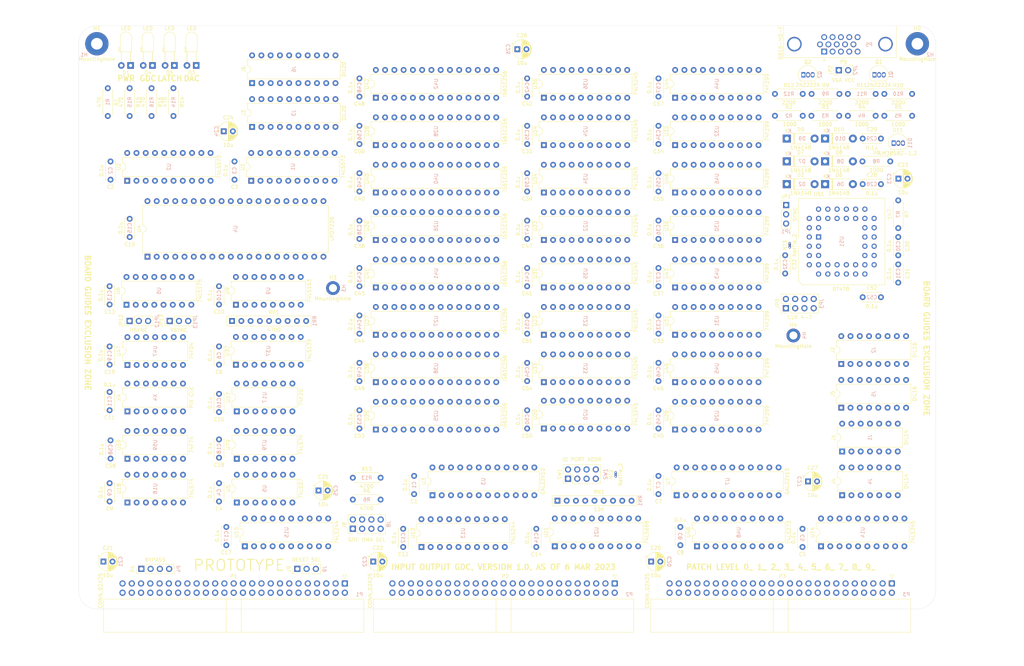
<source format=kicad_pcb>
(kicad_pcb (version 20211014) (generator pcbnew)
  (layers (0 "F.Cu" signal) (31 "B.Cu" signal) (34 "B.Paste" user) (35 "F.Paste" user) (36 "B.SilkS" user "B.Silkscreen") (37 "F.SilkS" user "F.Silkscreen") (38 "B.Mask" user) (39 "F.Mask" user) (44 "Edge.Cuts" user))
  (net 0 "")
  (net 1 "GND")
  (net 2 "VCC")
  (net 3 "Net-(C28-Pad2)")
  (net 4 "Net-(C29-Pad1)")
  (net 5 "/RAMDAC/RED")
  (net 6 "/RAMDAC/GRE")
  (net 7 "Net-(RN1-Pad9)")
  (net 8 "Net-(RN1-Pad5)")
  (net 9 "Net-(RN1-Pad4)")
  (net 10 "Net-(RN1-Pad3)")
  (net 11 "Net-(RN1-Pad2)")
  (net 12 "Net-(D1-Pad2)")
  (net 13 "-12V")
  (net 14 "/RAMDAC/BLU")
  (net 15 "Net-(J8-Pad1)")
  (net 16 "Net-(J8-Pad5)")
  (net 17 "Net-(D3-Pad1)")
  (net 18 "Net-(JP1-Pad2)")
  (net 19 "/RAMDAC/VCC_VGA")
  (net 20 "/uPD7220/TEND#")
  (net 21 "Net-(U4-Pad7)")
  (net 22 "/uPD7220/DREQ#")
  (net 23 "~{M1}")
  (net 24 "~{IORQ}")
  (net 25 "~{WR}")
  (net 26 "~{RD}")
  (net 27 "A0")
  (net 28 "A1")
  (net 29 "A2")
  (net 30 "A3")
  (net 31 "A4")
  (net 32 "A5")
  (net 33 "A6")
  (net 34 "A7")
  (net 35 "+12V")
  (net 36 "D0")
  (net 37 "D1")
  (net 38 "D2")
  (net 39 "D3")
  (net 40 "D4")
  (net 41 "D5")
  (net 42 "D6")
  (net 43 "D7")
  (net 44 "Net-(D5-Pad1)")
  (net 45 "ZERO")
  (net 46 "bD6")
  (net 47 "bD5")
  (net 48 "bD4")
  (net 49 "bD3")
  (net 50 "bD2")
  (net 51 "bD1")
  (net 52 "bD0")
  (net 53 "~{bWR}")
  (net 54 "~{bRD}")
  (net 55 "bA0")
  (net 56 "bD7")
  (net 57 "~{bRESET}")
  (net 58 "~{bM1}")
  (net 59 "bA7")
  (net 60 "bA6")
  (net 61 "bA5")
  (net 62 "bA4")
  (net 63 "~{bIORQ}")
  (net 64 "bA1")
  (net 65 "bA2")
  (net 66 "bA3")
  (net 167 "/bus/D15")
  (net 168 "/bus/D31")
  (net 169 "/bus/D14")
  (net 170 "/bus/D30")
  (net 171 "/bus/D13")
  (net 172 "/bus/D29")
  (net 173 "/bus/D12")
  (net 174 "/bus/D28")
  (net 175 "/bus/D11")
  (net 176 "/bus/D27")
  (net 177 "/bus/D10")
  (net 178 "/bus/D26")
  (net 179 "/bus/D9")
  (net 180 "/bus/D25")
  (net 181 "/bus/D8")
  (net 182 "/bus/D24")
  (net 183 "/bus/D23")
  (net 184 "/bus/D22")
  (net 185 "/bus/D21")
  (net 186 "/bus/D20")
  (net 187 "/bus/D19")
  (net 188 "/bus/D18")
  (net 189 "/bus/D17")
  (net 190 "/bus/D16")
  (net 191 "/bus/~{BUSERR}")
  (net 192 "/bus/UDS")
  (net 193 "/bus/~{VPA}")
  (net 194 "/bus/LDS")
  (net 195 "/bus/~{VMA}")
  (net 196 "/bus/S2")
  (net 197 "/bus/~{BHE}")
  (net 198 "/bus/S1")
  (net 199 "/bus/IPL2")
  (net 200 "/bus/S0")
  (net 201 "/bus/IPL1")
  (net 202 "/bus/AUXCLK3")
  (net 203 "/bus/IPL0")
  (net 204 "/bus/AUXCLK2")
  (net 205 "/bus/A15")
  (net 206 "/bus/A31")
  (net 207 "/bus/A14")
  (net 208 "/bus/A30")
  (net 209 "/bus/A13")
  (net 210 "/bus/A29")
  (net 211 "/bus/A12")
  (net 212 "/bus/A28")
  (net 213 "/bus/A11")
  (net 214 "/bus/A27")
  (net 215 "/bus/A10")
  (net 216 "/bus/A26")
  (net 217 "/bus/A9")
  (net 218 "/bus/A25")
  (net 219 "/bus/A8")
  (net 220 "/bus/A24")
  (net 221 "/bus/A23")
  (net 222 "/bus/A22")
  (net 223 "/bus/A21")
  (net 224 "/bus/A20")
  (net 225 "/bus/A19")
  (net 226 "/bus/A18")
  (net 227 "/bus/A17")
  (net 228 "/bus/A16")
  (net 229 "/bus/IC3")
  (net 230 "~{TEND1}")
  (net 231 "/bus/IC2")
  (net 232 "~{DREQ1}")
  (net 233 "/bus/IC1")
  (net 234 "~{TEND0}")
  (net 235 "/bus/IC0")
  (net 236 "~{DREQ0}")
  (net 237 "/bus/AUXCLK1")
  (net 238 "/bus/AUXCLK0")
  (net 239 "/bus/E")
  (net 240 "/bus/ST")
  (net 241 "/bus/PHI")
  (net 242 "/bus/~{MREQ}")
  (net 243 "/bus/~{INT2}")
  (net 244 "/bus/~{INT1}")
  (net 245 "/bus/~{BUSACK}")
  (net 246 "/bus/CRUCLK")
  (net 247 "/bus/CLK")
  (net 248 "/bus/CRUOUT")
  (net 249 "/bus/CRUIN")
  (net 250 "/bus/~{NMI}")
  (net 251 "~{RES_IN}")
  (net 252 "~{RES_OUT}")
  (net 253 "/bus/USER8")
  (net 254 "/bus/~{BUSRQ}")
  (net 255 "/bus/USER7")
  (net 256 "/bus/~{WAIT}")
  (net 257 "/bus/USER6")
  (net 258 "/bus/~{HALT}")
  (net 259 "/bus/USER5")
  (net 260 "/bus/~{RFSH}")
  (net 261 "/bus/USER4")
  (net 262 "/bus/USER3")
  (net 263 "/bus/USER2")
  (net 264 "/bus/USER1")
  (net 265 "/bus/USER0")
  (net 266 "~{BAI}")
  (net 267 "~{BAO}")
  (net 268 "~{IEI}")
  (net 269 "~{IEO}")
  (net 270 "/bus/I2C_SCL")
  (net 271 "/bus/I2C_SDA")
  (net 272 "~{WE}")
  (net 276 "COLOR4")
  (net 277 "COLOR5")
  (net 278 "COLOR6")
  (net 279 "COLOR7")
  (net 280 "/uPD7220/HSYNC+")
  (net 281 "~{HSYNC}")
  (net 282 "HSYNC-")
  (net 283 "/uPD7220/VSYNC+")
  (net 284 "Net-(D4-Pad1)")
  (net 285 "H+VSYNC-")
  (net 286 "2xWCLK")
  (net 288 "~{DBIN_GDC}")
  (net 289 "~{ALE2}")
  (net 290 "~{READ_VRAM}")
  (net 291 "~{CS_RAMDAC}")
  (net 292 "~{CS_RAMDAC_RD}")
  (net 293 "~{CS_RAMDAC_WR}")
  (net 294 "~{CS_GDC_WR}")
  (net 295 "~{CS_GDC_RD}")
  (net 296 "~{VSYNC}")
  (net 297 "VSYNC-")
  (net 298 "/RAMDAC/GND_BT478")
  (net 299 "/bus/~{INT0}")
  (net 300 "/bus/~{EIRQ7}")
  (net 301 "/bus/~{EIRQ6}")
  (net 324 "Net-(J9-Pad2)")
  (net 325 "/bus/~{EIRQ5}")
  (net 326 "/bus/~{EIRQ4}")
  (net 327 "/bus/~{EIRQ3}")
  (net 328 "/bus/~{EIRQ2}")
  (net 329 "/bus/~{EIRQ1}")
  (net 330 "/bus/~{EIRQ0}")
  (net 333 "/RAMDAC/H-Sync")
  (net 334 "/RAMDAC/V-Sync")
  (net 336 "Net-(Q1-Pad2)")
  (net 337 "Net-(Q2-Pad2)")
  (net 338 "Net-(R2-Pad2)")
  (net 339 "Net-(R3-Pad2)")
  (net 340 "Net-(R4-Pad2)")
  (net 341 "Net-(R5-Pad2)")
  (net 342 "Net-(R7-Pad1)")
  (net 343 "/uPD7220/PU4.7K-H")
  (net 344 "/uPD7220/PU4.7K-I")
  (net 345 "/uPD7220/PU4.7K-J")
  (net 346 "/uPD7220/PU4.7K-K")
  (net 347 "/uPD7220/PU4.7K-L")
  (net 348 "/uPD7220/PU4.7K-M")
  (net 350 "AD7")
  (net 351 "AD6")
  (net 352 "AD5")
  (net 353 "AD4")
  (net 354 "AD3")
  (net 355 "AD2")
  (net 356 "AD1")
  (net 357 "AD0")
  (net 358 "ALE")
  (net 359 "/VSRAM/MA0")
  (net 360 "/VSRAM/MA1")
  (net 361 "/VSRAM/MA2")
  (net 362 "/VSRAM/MA3")
  (net 363 "/VSRAM/MA4")
  (net 364 "/VSRAM/MA5")
  (net 365 "/VSRAM/MA6")
  (net 366 "/VSRAM/MA7")
  (net 367 "AD15")
  (net 368 "AD14")
  (net 369 "AD13")
  (net 370 "AD12")
  (net 371 "AD11")
  (net 372 "AD10")
  (net 373 "AD9")
  (net 374 "AD8")
  (net 375 "/VSRAM/MA8")
  (net 376 "/VSRAM/MA9")
  (net 377 "/VSRAM/MA10")
  (net 378 "/VSRAM/MA11")
  (net 379 "/VSRAM/MA12")
  (net 380 "/VSRAM/MA13")
  (net 381 "/VSRAM/MA14")
  (net 382 "/VSRAM/MA15")
  (net 383 "~{CS_BRD}")
  (net 384 "~{CS_GDC}")
  (net 385 "~{CS_LATCH}")
  (net 388 "Net-(U4-Pad3)")
  (net 389 "Net-(U4-Pad4)")
  (net 390 "Net-(U4-Pad5)")
  (net 393 "AD16")
  (net 394 "AD17")
  (net 395 "/VSRAM/~{DEBL0}")
  (net 399 "Net-(D3-Pad2)")
  (net 401 "Net-(D4-Pad2)")
  (net 403 "Net-(D5-Pad2)")
  (net 404 "/uPD7220/VSR-LD#")
  (net 406 "~{BLANK}")
  (net 410 "PIX-CLK")
  (net 416 "/uPD7220/2xWCLK#")
  (net 417 "Net-(U17-Pad2)")
  (net 418 "Net-(U17-Pad1)")
  (net 420 "Net-(U17-Pad5)")
  (net 421 "/VSRAM/~{DEBL2}")
  (net 422 "Net-(U17-Pad13)")
  (net 423 "/uPD7220/DBIN")
  (net 424 "Net-(U18-Pad12)")
  (net 427 "~{DBIN}")
  (net 428 "/VSRAM/V0D7")
  (net 429 "/VSRAM/V0D6")
  (net 430 "/VSRAM/V0D5")
  (net 431 "/VSRAM/V0D4")
  (net 432 "/VSRAM/V0D3")
  (net 433 "/VSRAM/V0D2")
  (net 434 "/VSRAM/V0D1")
  (net 435 "/VSRAM/V0D0")
  (net 436 "/VSRAM/~{WE0}")
  (net 437 "/VSRAM/V0D15")
  (net 438 "/VSRAM/V0D14")
  (net 439 "/VSRAM/V0D13")
  (net 440 "/VSRAM/V0D12")
  (net 441 "/VSRAM/V0D11")
  (net 442 "/VSRAM/V0D10")
  (net 443 "/VSRAM/V0D9")
  (net 444 "/VSRAM/V0D8")
  (net 445 "/VSRAM/V2D7")
  (net 446 "/VSRAM/V2D6")
  (net 447 "/VSRAM/V2D5")
  (net 448 "/VSRAM/V2D4")
  (net 449 "/VSRAM/V2D3")
  (net 450 "/VSRAM/V2D2")
  (net 451 "/VSRAM/V2D1")
  (net 452 "/VSRAM/V2D0")
  (net 453 "/VSRAM/~{WE2}")
  (net 454 "/VSRAM/V2D15")
  (net 455 "/VSRAM/V2D14")
  (net 456 "/VSRAM/V2D13")
  (net 457 "/VSRAM/V2D12")
  (net 458 "/VSRAM/V2D11")
  (net 459 "/VSRAM/V2D10")
  (net 460 "/VSRAM/V2D9")
  (net 461 "/VSRAM/V2D8")
  (net 462 "/VSRAM/~{DEBL1}")
  (net 463 "/VSRAM/~{DEBL3}")
  (net 464 "VSR-LD")
  (net 465 "COLOR0")
  (net 468 "Net-(U29-Pad18)")
  (net 471 "COLOR2")
  (net 474 "Net-(U31-Pad18)")
  (net 477 "/VSRAM/V1D7")
  (net 478 "/VSRAM/V1D6")
  (net 479 "/VSRAM/V1D5")
  (net 480 "/VSRAM/V1D4")
  (net 481 "/VSRAM/V1D3")
  (net 482 "/VSRAM/V1D2")
  (net 483 "/VSRAM/V1D1")
  (net 484 "/VSRAM/V1D0")
  (net 485 "/VSRAM/~{WE1}")
  (net 486 "/VSRAM/V1D15")
  (net 487 "/VSRAM/V1D14")
  (net 488 "/VSRAM/V1D13")
  (net 489 "/VSRAM/V1D12")
  (net 490 "/VSRAM/V1D11")
  (net 491 "/VSRAM/V1D10")
  (net 492 "/VSRAM/V1D9")
  (net 493 "/VSRAM/V1D8")
  (net 494 "/VSRAM/V3D7")
  (net 495 "/VSRAM/V3D6")
  (net 496 "/VSRAM/V3D5")
  (net 497 "/VSRAM/V3D4")
  (net 498 "/VSRAM/V3D3")
  (net 499 "/VSRAM/V3D2")
  (net 500 "/VSRAM/V3D1")
  (net 501 "/VSRAM/V3D0")
  (net 502 "/VSRAM/~{WE3}")
  (net 503 "/VSRAM/V3D15")
  (net 504 "/VSRAM/V3D14")
  (net 505 "/VSRAM/V3D13")
  (net 506 "/VSRAM/V3D12")
  (net 507 "/VSRAM/V3D11")
  (net 508 "/VSRAM/V3D10")
  (net 509 "/VSRAM/V3D9")
  (net 510 "/VSRAM/V3D8")
  (net 511 "~{DEBL}")
  (net 512 "COLOR3")
  (net 515 "Net-(U43-Pad18)")
  (net 518 "COLOR1")
  (net 521 "Net-(U45-Pad18)")
  (net 524 "/uPD7220/ALE#")
  (net 525 "/uPD7220/PIX-CLK#")
  (net 526 "/RAMDAC/OL0")
  (net 527 "/RAMDAC/OL1")
  (net 528 "/RAMDAC/OL2")
  (net 529 "/RAMDAC/OL3")
  (net 532 "/RAMDAC/SETUP")
  (net 533 "/RAMDAC/8-16")
  (net 534 "/uPD7220/DEBL")
  (net 536 "Net-(U79-Pad12)")
  (net 538 "/uPD7220/ALE2")
  (footprint "MountingHole:MountingHole_3.2mm_M3_Pad" (layer "F.Cu") (at 265 75)
    (fp_text reference "H2")
    (fp_text value "MountingHole")
  )
  (footprint "MountingHole:MountingHole_3.2mm_M3_Pad" (layer "F.Cu") (at 40 75)
    (fp_text reference "H1")
    (fp_text value "MountingHole")
  )
  (footprint "Connector_IDC:IDC-Header_2x25_P2.54mm_Horizontal" (layer "F.Cu") (at 182 223 -90)
    (fp_text reference "P2")
    (fp_text value "CONN_02X25")
  )
  (footprint "Connector_IDC:IDC-Header_2x25_P2.54mm_Horizontal" (layer "F.Cu") (at 258 223 -90)
    (fp_text reference "P3")
    (fp_text value "CONN_02X25")
  )
  (footprint "Connector_IDC:IDC-Header_2x25_P2.54mm_Horizontal" (layer "F.Cu") (at 108 223 -90)
    (fp_text reference "P1")
    (fp_text value "CONN_02X25")
  )
  (footprint "Connector_PinHeader_2.54mm:PinHeader_1x03_P2.54mm_Vertical" (layer "F.Cu") (at 229 119.225)
    (fp_text reference "JP1")
    (fp_text value "SYNC")
  )
  (footprint "Capacitor_THT:C_Disc_D5.0mm_W2.5mm_P5.00mm" (layer "F.Cu") (at 73.5 171 -90)
    (fp_text reference "C16")
    (fp_text value "0.1u")
  )
  (footprint "Package_DIP:DIP-20_W7.62mm" (layer "F.Cu") (at 198.575 102.8 90)
    (fp_text reference "U32")
    (fp_text value "74F299")
  )
  (footprint "Capacitor_THT:C_Disc_D5.0mm_W2.5mm_P5.00mm" (layer "F.Cu") (at 43.75 183.75 -90)
    (fp_text reference "C58")
    (fp_text value "0.1u")
  )
  (footprint "Package_DIP:DIP-24_W7.62mm" (layer "F.Cu") (at 132.025 198.8 90)
    (fp_text reference "U3")
    (fp_text value "GAL22V10")
  )
  (footprint "Resistor_THT:R_Axial_DIN0207_L6.3mm_D2.5mm_P7.62mm_Horizontal" (layer "F.Cu") (at 255.94 94.75)
    (fp_text reference "R5")
    (fp_text value "1000")
  )
  (footprint "Capacitor_THT:C_Disc_D5.0mm_W2.5mm_P5.00mm" (layer "F.Cu") (at 250 144.5)
    (fp_text reference "C52")
    (fp_text value "0.1u")
  )
  (footprint "Resistor_THT:R_Axial_DIN0207_L6.3mm_D2.5mm_P7.62mm_Horizontal" (layer "F.Cu") (at 225.94 94.75)
    (fp_text reference "R2")
    (fp_text value "1000")
  )
  (footprint "Package_DIP:DIP-28_W7.62mm" (layer "F.Cu") (at 116.5 102.8 90)
    (fp_text reference "U28")
    (fp_text value "IS61C256")
  )
  (footprint "Package_DIP:DIP-14_W7.62mm" (layer "F.Cu") (at 78.375 175.8 90)
    (fp_text reference "U17")
    (fp_text value "74F20")
  )
  (footprint "Package_DIP:DIP-40_W15.24mm" (layer "F.Cu") (at 53.875 133.395 90)
    (fp_text reference "U4")
    (fp_text value "uPD7220")
  )
  (footprint "Package_DIP:DIP-20_W7.62mm" (layer "F.Cu") (at 198.575 154.8 90)
    (fp_text reference "U31")
    (fp_text value "74F299")
  )
  (footprint "Capacitor_THT:C_Disc_D5.0mm_W2.5mm_P5.00mm" (layer "F.Cu") (at 194 110.5 -90)
    (fp_text reference "C55")
    (fp_text value "0.1u")
  )
  (footprint "Package_DIP:DIP-16_W7.62mm" (layer "F.Cu") (at 244.125 162.8 90)
    (fp_text reference "J2")
    (fp_text value "DIL16")
  )
  (footprint "Package_DIP:DIP-24_W7.62mm" (layer "F.Cu") (at 199 198.8 90)
    (fp_text reference "U7")
    (fp_text value "GAL22V10")
  )
  (footprint "Diode_THT:D_DO-41_SOD81_P7.62mm_Horizontal" (layer "F.Cu") (at 229.19 101)
    (fp_text reference "D9")
    (fp_text value "1N4148")
  )
  (footprint "Capacitor_THT:C_Disc_D5.0mm_W2.5mm_P5.00mm" (layer "F.Cu") (at 112 136.5 -90)
    (fp_text reference "C43")
    (fp_text value "0.1u")
  )
  (footprint "Capacitor_THT:CP_Radial_D5.0mm_P2.50mm" (layer "F.Cu") (at 115.7949 217)
    (fp_text reference "C22")
    (fp_text value "10u")
  )
  (footprint "Capacitor_THT:C_Disc_D5.0mm_W2.5mm_P5.00mm" (layer "F.Cu") (at 73.5 141.5 -90)
    (fp_text reference "C10")
    (fp_text value "0.1u")
  )
  (footprint "Capacitor_THT:C_Disc_D5.0mm_W2.5mm_P5.00mm" (layer "F.Cu") (at 194 162.5 -90)
    (fp_text reference "C46")
    (fp_text value "0.1u")
  )
  (footprint "Package_DIP:DIP-20_W7.62mm" (layer "F.Cu") (at 198.575 180.8 90)
    (fp_text reference "U29")
    (fp_text value "74F299")
  )
  (footprint "Capacitor_THT:C_Disc_D5.0mm_W2.5mm_P5.00mm" (layer "F.Cu") (at 259.75 135.5 -90)
    (fp_text reference "C31")
    (fp_text value "0.1u")
  )
  (footprint "LED_THT:LED_D3.0mm_Horizontal_O3.81mm_Z2.0mm" (layer "F.Cu") (at 49.25 80.95 180)
    (fp_text reference "D1")
    (fp_text value "LED")
  )
  (footprint "Package_DIP:DIP-14_W7.62mm" (layer "F.Cu") (at 48.375 175.8 90)
    (fp_text reference "X4")
    (fp_text value "PIX CLK")
  )
  (footprint "Capacitor_THT:C_Disc_D5.0mm_W2.5mm_P5.00mm" (layer "F.Cu") (at 160.5 208 -90)
    (fp_text reference "C14")
    (fp_text value "0.1u")
  )
  (footprint "Resistor_THT:R_Axial_DIN0207_L6.3mm_D2.5mm_P7.62mm_Horizontal" (layer "F.Cu") (at 255.94 88.75)
    (fp_text reference "R10")
    (fp_text value "2200")
  )
  (footprint "Package_DIP:DIP-20_W7.62mm" (layer "F.Cu") (at 162.575 167.8 90)
    (fp_text reference "U33")
    (fp_text value "74LS245")
  )
  (footprint "Capacitor_THT:CP_Radial_D5.0mm_P2.50mm" (layer "F.Cu") (at 192 217)
    (fp_text reference "C20")
    (fp_text value "10u")
  )
  (footprint "Capacitor_THT:C_Disc_D5.0mm_W2.5mm_P5.00mm" (layer "F.Cu") (at 194 175.5 -90)
    (fp_text reference "C45")
    (fp_text value "0.1u")
  )
  (footprint "Capacitor_THT:C_Disc_D5.0mm_W2.5mm_P5.00mm" (layer "F.Cu") (at 194 193.5 -90)
    (fp_text reference "C7")
    (fp_text value "0.1u")
  )
  (footprint "Capacitor_THT:CP_Radial_D5.0mm_P2.50mm" (layer "F.Cu") (at 235 195)
    (fp_text reference "C27")
    (fp_text value "10u")
  )
  (footprint "Package_DIP:DIP-16_W7.62mm" (layer "F.Cu") (at 244.125 174.8 90)
    (fp_text reference "J5")
    (fp_text value "DIL16")
  )
  (footprint "Capacitor_THT:C_Disc_D5.0mm_W2.5mm_P5.00mm" (layer "F.Cu") (at 194 136.5 -90)
    (fp_text reference "C37")
    (fp_text value "0.1u")
  )
  (footprint "Resistor_THT:R_Axial_DIN0207_L6.3mm_D2.5mm_P7.62mm_Horizontal" (layer "F.Cu") (at 110.19 194)
    (fp_text reference "R13")
    (fp_text value "4700")
  )
  (footprint "Package_DIP:DIP-20_W7.62mm" (layer "F.Cu") (at 165.575 212.8 90)
    (fp_text reference "U21")
    (fp_text value "74LS688")
  )
  (footprint "Connector_Dsub:DSUB-15-HD_Female_Horizontal_P2.29x1.98mm_EdgePinOffset3.03mm_Housed_MountingHolesOffset4.94mm" (layer "F.Cu") (at 239.45 77.1503 180)
    (fp_text reference "P5")
    (fp_text value "DB15-HD-F")
  )
  (footprint "Capacitor_THT:C_Disc_D5.0mm_W2.5mm_P5.00mm" (layer "F.Cu") (at 73.5 183.5 -90)
    (fp_text reference "C18")
    (fp_text value "0.1u")
  )
  (footprint "Capacitor_THT:C_Disc_D5.0mm_W2.5mm_P5.00mm" (layer "F.Cu") (at 158 162.5 -90)
    (fp_text reference "C54")
    (fp_text value "0.1u")
  )
  (footprint "NetTie:NetTie-2_THT_Pad0.3mm" (layer "F.Cu") (at 230 130.85 90)
    (fp_text reference "NT3")
    (fp_text value "NetTie_2")
  )
  (footprint "Diode_THT:D_DO-41_SOD81_P7.62mm_Horizontal" (layer "F.Cu") (at 239.69 113.5)
    (fp_text reference "D6")
    (fp_text value "1N4148")
  )
  (footprint "Capacitor_THT:C_Disc_D5.0mm_W2.5mm_P5.00mm" (layer "F.Cu") (at 43.5 195.5 -90)
    (fp_text reference "C9")
    (fp_text value "0.1u")
  )
  (footprint "Capacitor_THT:C_Disc_D5.0mm_W2.5mm_P5.00mm" (layer "F.Cu") (at 49 123 -90)
    (fp_text reference "C15")
    (fp_text value "0.1u")
  )
  (footprint "MountingHole:MountingHole_2.2mm_M2_DIN965_Pad" (layer "F.Cu") (at 231 155)
    (fp_text reference "H4")
    (fp_text value "MountingHole")
  )
  (footprint "Package_DIP:DIP-14_W7.62mm" (layer "F.Cu") (at 48.375 188.8 90)
    (fp_text reference "U59")
    (fp_text value "74F74")
  )
  (footprint "Package_DIP:DIP-14_W7.62mm" (layer "F.Cu") (at 78.375 200.8 90)
    (fp_text reference "U5")
    (fp_text value "74LS07")
  )
  (footprint "Connector_PinHeader_2.54mm:PinHeader_1x03_P2.54mm_Vertical" (layer "F.Cu") (at 94.975 219 90)
    (fp_text reference "J9")
    (fp_text value "RESET SEL")
  )
  (footprint "Resistor_THT:R_Axial_DIN0207_L6.3mm_D2.5mm_P7.62mm_Horizontal" (layer "F.Cu") (at 43 87.19 -90)
    (fp_text reference "R1")
    (fp_text value "470")
  )
  (footprint "Resistor_THT:R_Axial_DIN0207_L6.3mm_D2.5mm_P7.62mm_Horizontal" (layer "F.Cu") (at 259.75 117.94 -90)
    (fp_text reference "R7")
    (fp_text value "147")
  )
  (footprint "Package_LCC:PLCC-44_THT-Socket" (layer "F.Cu") (at 237.9 127.98 90)
    (fp_text reference "U51")
    (fp_text value "BT478")
  )
  (footprint "Package_DIP:DIP-28_W7.62mm" (layer "F.Cu") (at 116.5 154.8 90)
    (fp_text reference "U27")
    (fp_text value "IS61C256")
  )
  (footprint "Capacitor_THT:C_Disc_D5.0mm_W2.5mm_P5.00mm" (layer "F.Cu") (at 112 123.5 -90)
    (fp_text reference "C38")
    (fp_text value "0.1u")
  )
  (footprint "Resistor_THT:R_Axial_DIN0207_L6.3mm_D2.5mm_P7.62mm_Horizontal" (layer "F.Cu") (at 110.19 200)
    (fp_text reference "R6")
    (fp_text value "4700")
  )
  (footprint "Capacitor_THT:C_Disc_D5.0mm_W2.5mm_P5.00mm" (layer "F.Cu") (at 228.75 133 -90)
    (fp_text reference "C32")
    (fp_text value "0.1u")
  )
  (footprint "Package_DIP:DIP-20_W7.62mm" (layer "F.Cu") (at 82.325 112.57 90)
    (fp_text reference "U1")
    (fp_text value "74LS573")
  )
  (footprint "LED_THT:LED_D3.0mm_Horizontal_O3.81mm_Z2.0mm" (layer "F.Cu") (at 61.25 80.95 180)
    (fp_text reference "D5")
    (fp_text value "LED")
  )
  (footprint "Package_DIP:DIP-20_W7.62mm" (layer "F.Cu") (at 238.575 212.8 90)
    (fp_text reference "U14")
    (fp_text value "74LS245")
  )
  (footprint "Capacitor_THT:C_Disc_D5.0mm_W2.5mm_P5.00mm" (layer "F.Cu") (at 194 84.5 -90)
    (fp_text reference "C57")
    (fp_text value "0.1u")
  )
  (footprint "Package_DIP:DIP-20_W7.62mm" (layer "F.Cu") (at 162.575 102.8 90)
    (fp_text reference "U24")
    (fp_text value "74LS245")
  )
  (footprint "Package_DIP:DIP-28_W7.62mm" (layer "F.Cu") (at 116.5 180.8 90)
    (fp_text reference "U25")
    (fp_text value "IS61C256")
  )
  (footprint "Capacitor_THT:CP_Radial_D5.0mm_P2.50mm" (layer "F.Cu") (at 259.7949 112)
    (fp_text reference "C23")
    (fp_text value "10u")
  )
  (footprint "Diode_THT:D_DO-41_SOD81_P7.62mm_Horizontal" (layer "F.Cu") (at 229.19 107.25)
    (fp_text reference "D7")
    (fp_text value "1N4148")
  )
  (footprint "Package_DIP:DIP-14_W7.62mm" (layer "F.Cu") (at 48.375 163.07 90)
    (fp_text reference "U47")
    (fp_text value "74F04")
  )
  (footprint "Resistor_THT:R_Axial_DIN0207_L6.3mm_D2.5mm_P7.62mm_Horizontal" (layer "F.Cu") (at 236 88.75)
    (fp_text reference "R9")
    (fp_text value "2200")
  )
  (footprint "Package_DIP:DIP-28_W7.62mm" (layer "F.Cu") (at 116.5 167.8 90)
    (fp_text reference "U38")
    (fp_text value "IS61C256")
  )
  (footprint "Package_DIP:DIP-16_W7.62mm" (layer "F.Cu") (at 48.125 146.57 90)
    (fp_text reference "U6")
    (fp_text value "74LS175")
  )
  (footprint "Resistor_THT:R_Axial_DIN0207_L6.3mm_D2.5mm_P7.62mm_Horizontal" (layer "F.Cu") (at 55 87.19 -90)
    (fp_text reference "R16")
    (fp_text value "470")
  )
  (footprint "Package_DIP:DIP-20_W7.62mm" (layer "F.Cu") (at 198.575 167.8 90)
    (fp_text reference "U45")
    (fp_text value "74F299")
  )
  (footprint "Resistor_THT:R_Axial_DIN0207_L6.3mm_D2.5mm_P7.62mm_Horizontal" (layer "F.Cu") (at 245.94 94.75)
    (fp_text reference "R4")
    (fp_text value "1000")
  )
  (footprint "Resistor_THT:R_Array_SIP9" (layer "F.Cu") (at 77.075 151.02)
    (fp_text reference "RR1")
    (fp_text value "4700")
  )
  (footprint "Package_DIP:DIP-28_W7.62mm" (layer "F.Cu") (at 116.5 128.8 90)
    (fp_text reference "U26")
    (fp_text value "IS61C256")
  )
  (footprint "Diode_THT:D_DO-41_SOD81_P7.62mm_Horizontal" (layer "F.Cu") (at 239.69 107.25)
    (fp_text reference "D8")
    (fp_text value "1N4148")
  )
  (footprint "Package_DIP:DIP-20_W7.62mm" (layer "F.Cu") (at 162.575 180.5 90)
    (fp_text reference "U20")
    (fp_text value "74LS245")
  )
  (footprint "Capacitor_THT:CP_Radial_D5.0mm_P2.50mm" (layer "F.Cu") (at 41.7949 217)
    (fp_text reference "C21")
    (fp_text value "10u")
  )
  (footprint "Capacitor_THT:C_Disc_D5.0mm_W2.5mm_P5.00mm" (layer "F.Cu") (at 124 208 -90)
    (fp_text reference "C12")
    (fp_text value "0.1u")
  )
  (footprint "Package_DIP:DIP-20_W7.62mm" (layer "F.Cu") (at 162.575 89.8 90)
    (fp_text reference "U36")
    (fp_text value "74LS245")
  )
  (footprint "Diode_THT:D_DO-41_SOD81_P7.62mm_Horizontal" (layer "F.Cu") (at 239.69 101)
    (fp_text reference "D10")
    (fp_text value "1N4148")
  )
  (footprint "Capacitor_THT:C_Disc_D5.0mm_W2.5mm_P5.00mm" (layer "F.Cu") (at 43.5 158 -90)
    (fp_text reference "C19")
    (fp_text value "0.1u")
  )
  (footprint "Capacitor_THT:C_Disc_D5.0mm_W2.5mm_P5.00mm" (layer "F.Cu") (at 112 97.5 -90)
    (fp_text reference "C56")
    (fp_text value "0.1u")
  )
  (footprint "Capacitor_THT:C_Disc_D5.0mm_W2.5mm_P5.00mm" (layer "F.Cu") (at 158 149.5 -90)
    (fp_text reference "C51")
    (fp_text value "0.1u")
  )
  (footprint "Package_DIP:DIP-20_W7.62mm" (layer "F.Cu") (at 198.575 115.8 90)
    (fp_text reference "U46")
    (fp_text value "74F299")
  )
  (footprint "Package_DIP:DIP-28_W7.62mm" (layer "F.Cu") (at 116.5 115.8 90)
    (fp_text reference "U40")
    (fp_text value "IS61C256")
  )
  (footprint "Capacitor_THT:CP_Radial_D5.0mm_P2.50mm" (layer "F.Cu") (at 74.7949 99)
    (fp_text reference "C24")
    (fp_text value "10u")
  )
  (footprint "Package_DIP:DIP-20_W7.62mm" (layer "F.Cu") (at 82.575 97.8 90)
    (fp_text reference "J3")
    (fp_text value "DIL20")
  )
  (footprint "Connector_PinHeader_2.54mm:PinHeader_1x04_P2.54mm_Vertical" (layer "F.Cu") (at 52.2 219 90)
    (fp_text reference "P4")
    (fp_text value "BYPASS")
  )
  (footprint "Package_DIP:DIP-20_W7.62mm" (layer "F.Cu") (at 162.575 115.8 90)
    (fp_text reference "U34")
    (fp_text value "74LS245")
  )
  (footprint "Package_TO_SOT_THT:TO-92L_Inline" (layer "F.Cu") (at 258.5 102.25)
    (fp_text reference "D11")
    (fp_text value "LM385BZ-1.2")
  )
  (footprint "Package_DIP:DIP-20_W7.62mm" (layer "F.Cu") (at 198.575 128.8 90)
    (fp_text reference "U30")
    (fp_text value "74F299")
  )
  (footprint "Package_DIP:DIP-20_W7.62mm" (layer "F.Cu") (at 198.575 141.8 90)
    (fp_text reference "U43")
    (fp_text value "74F299")
  )
  (footprint "Resistor_THT:R_Axial_DIN0207_L6.3mm_D2.5mm_P7.62mm_Horizontal" (layer "F.Cu") (at 225.94 88.75)
    (fp_text reference "R12")
    (fp_text value "2200")
  )
  (footprint "Package_DIP:DIP-16_W7.62mm" (layer "F.Cu") (at 78.125 146.57 90)
    (fp_text reference "U9")
    (fp_text value "74LS163")
  )
  (footprint "Connector_PinHeader_2.54mm:PinHeader_2x04_P2.54mm_Vertical" (layer "F.Cu") (at 169.2 194.275 90)
    (fp_text reference "SW1")
    (fp_text value "IO PORT ADDR")
  )
  (footprint "Resistor_THT:R_Axial_DIN0207_L6.3mm_D2.5mm_P7.62mm_Horizontal" (layer "F.Cu") (at 249.94 107.25)
    (fp_text reference "R8")
    (fp_text value "1000")
  )
  (footprint "Capacitor_THT:C_Disc_D5.0mm_W2.5mm_P5.00mm" (layer "F.Cu") (at 158 110.5 -90)
    (fp_text reference "C39")
    (fp_text value "0.1u")
  )
  (footprint "Package_DIP:DIP-14_W7.62mm" (layer "F.Cu") (at 244.375 186.8 90)
    (fp_text reference "J1")
    (fp_text value "DIL14")
  )
  (footprint "Capacitor_THT:C_Disc_D5.0mm_W2.5mm_P5.00mm" (layer "F.Cu") (at 112 175.5 -90)
    (fp_text reference "C53")
    (fp_text value "0.1u")
  )
  (footprint "Package_DIP:DIP-20_W7.62mm" (layer "F.Cu") (at 204.575 212.8 90)
    (fp_text reference "U48")
    (fp_text value "74LS273")
  )
  (footprint "Capacitor_THT:C_Disc_D5.0mm_W2.5mm_P5.00mm" (layer "F.Cu") (at 158 175.5 -90)
    (fp_text reference "C50")
    (fp_text value "0.1u")
  )
  (footprint "Capacitor_THT:CP_Radial_D5.0mm_P2.50mm" (layer "F.Cu") (at 100.7949 197.5)
    (fp_text reference "C25")
    (fp_text value "10u")
  )
  (footprint "Package_DIP:DIP-20_W7.62mm" (layer "F.Cu") (at 198.575 89.8 90)
    (fp_text reference "U44")
    (fp_text value "74F299")
  )
  (footprint "Capacitor_THT:C_Disc_D5.0mm_W2.5mm_P5.00mm" (layer "F.Cu") (at 112 110.5 -90)
    (fp_text reference "C40")
    (fp_text value "0.1u")
  )
  (footprint "Package_DIP:DIP-28_W7.62mm" (layer "F.Cu") (at 116.5 89.8 90)
    (fp_text reference "U42")
    (fp_text value "IS61C256")
  )
  (footprint "Capacitor_THT:C_Disc_D5.0mm_W2.5mm_P5.00mm" (layer "F.Cu") (at 43.5 141.5 -90)
    (fp_text reference "C13")
    (fp_text value "0.1u")
  )
  (footprint "Package_DIP:DIP-28_W7.62mm" (layer "F.Cu") (at 116.5 141.8 90)
    (fp_text reference "U41")
    (fp_text value "IS61C256")
  )
  (footprint "Capacitor_THT:C_Disc_D5.0mm_W2.5mm_P5.00mm" (layer "F.Cu") (at 250 101)
    (fp_text reference "C29")
    (fp_text value "0.1u")
  )
  (footprint "Package_DIP:DIP-20_W7.62mm" (layer "F.Cu") (at 82.575 85.8 90)
    (fp_text reference "J6")
    (fp_text value "DIL20")
  )
  (footprint "Package_DIP:DIP-14_W7.62mm" (layer "F.Cu") (at 78.375 188.8 90)
    (fp_text reference "U79")
    (fp_text value "74LS74")
  )
  (footprint "MountingHole:MountingHole_2.2mm_M2_DIN965_Pad" (layer "F.Cu") (at 104.75 142)
    (fp_text reference "H3")
    (fp_text value "MountingHole")
  )
  (footprint "Capacitor_THT:C_Disc_D5.0mm_W2.5mm_P5.00mm" (layer "F.Cu") (at 77.75 107.27 -90)
    (fp_text reference "C3")
    (fp_text value "0.1u")
  )
  (footprint "Capacitor_THT:C_Disc_D5.0mm_W2.5mm_P5.00mm" (layer "F.Cu") (at 194 97.5 -90)
    (fp_text reference "C34")
    (fp_text value "0.1u")
  )
  (footprint "Capacitor_THT:C_Disc_D5.0mm_W2.5mm_P5.00mm" (layer "F.Cu") (at 112 162.5 -90)
    (fp_text reference "C49")
    (fp_text value "0.1u")
  )
  (footprint "Package_TO_SOT_THT:TO-92L_Inline" (layer "F.Cu") (at 233.73 83.52)
    (fp_text reference "Q2")
    (fp_text value "2N2222A")
  )
  (footprint "Capacitor_THT:C_Disc_D5.0mm_W2.5mm_P5.00mm" (layer "F.Cu") (at 194 123.5 -90)
    (fp_text reference "C36")
    (fp_text value "0.1u")
  )
  (footprint "Resistor_THT:R_Axial_DIN0207_L6.3mm_D2.5mm_P7.62mm_Horizontal" (layer "F.Cu") (at 235.94 94.75)
    (fp_text reference "R3")
    (fp_text value "1000")
  )
  (footprint "Package_DIP:DIP-14_W7.62mm" (layer "F.Cu") (at 244.375 198.8 90)
    (fp_text reference "J4")
    (fp_text value "DIL14")
  )
  (footprint "Capacitor_THT:C_Disc_D5.0mm_W2.5mm_P5.00mm" (layer "F.Cu") (at 75.5 207.5 -90)
    (fp_text reference "C17")
    (fp_text value "0.1u")
  )
  (footprint "Package_DIP:DIP-20_W7.62mm" (layer "F.Cu") (at 48.325 112.57 90)
    (fp_text reference "U2")
    (fp_text value "74LS573")
  )
  (footprint "NetTie:NetTie-2_THT_Pad0.3mm" (layer "F.Cu") (at 182.25 193.7 90)
    (fp_text reference "NT2")
    (fp_text value "NetTie_2")
  )
  (footprint "Capacitor_THT:C_Disc_D5.0mm_W2.5mm_P5.00mm" (layer "F.Cu") (at 112 84.5 -90)
    (fp_text reference "C48")
    (fp_text value "0.1u")
  )
  (footprint "LED_THT:LED_D3.0mm_Horizontal_O3.81mm_Z2.0mm" (layer "F.Cu") (at 55.25 80.95 180)
    (fp_text reference "D4")
    (fp_text value "LED")
  )
  (footprint "Capacitor_THT:CP_Radial_D5.0mm_P2.50mm" (layer "F.Cu") (at 155.2949 76.5)
    (fp_text reference "C26")
    (fp_text value "10u")
  )
  (footprint "Package_DIP:DIP-20_W7.62mm" (layer "F.Cu") (at 129 213 90)
    (fp_text reference "U13")
    (fp_text value "74LS244")
  )
  (footprint "Capacitor_THT:C_Disc_D5.0mm_W2.5mm_P5.00mm" (layer "F.Cu") (at 158 136.5 -90)
    (fp_text reference "C41")
    (fp_text value "0.1u")
  )
  (footprint "Connector_PinHeader_2.54mm:PinHeader_1x02_P2.54mm_Vertical" (layer "F.Cu") (at 243.475 82.25 90)
    (fp_text reference "JP2")
    (fp_text value "VGA VCC")
  )
  (footprint "Package_DIP:DIP-14_W7.62mm" (layer "F.Cu") (at 48.375 200.8 90)
    (fp_text reference "U18")
    (fp_text value "74LS74")
  )
  (footprint "Capacitor_THT:C_Disc_D5.0mm_W2.5mm_P5.00mm" (layer "F.Cu") (at 127 193.5 -90)
    (fp_text reference "C1")
    (fp_text value "0.1u")
  )
  (footprint "Resistor_THT:R_Axial_DIN0207_L6.3mm_D2.5mm_P7.62mm_Horizontal" (layer "F.Cu") (at 245.94 88.75)
    (fp_text reference "R11")
    (fp_text value "2200")
  )
  (footprint "Package_DIP:DIP-20_W7.62mm" (layer "F.Cu") (at 162.575 154.8 90)
    (fp_text reference "U23")
    (fp_text value "74LS245")
  )
  (footprint "Connector_PinHeader_2.54mm:PinHeader_2x04_P2.54mm_Vertical" (layer "F.Cu") (at 110.2 208 90)
    (fp_text reference "J8")
    (fp_text value "GDC DMA SEL")
  )
  (footprint "Connector_PinHeader_2.54mm:PinHeader_1x03_P2.54mm_Vertical" (layer "F.Cu") (at 59.975 151.02 90)
    (fp_text reference "JP13")
    (fp_text value "VSYNC")
  )
  (footprint "Capacitor_THT:C_Disc_D5.0mm_W2.5mm_P5.00mm" (layer "F.Cu") (at 73.5 195.5 -90)
    (fp_text reference "C4")
    (fp_text value "0.1u")
  )
  (footprint "Capacitor_THT:C_Disc_D5.0mm_W2.5mm_P5.00mm" (layer "F.Cu") (at 194 149.5 -90)
    (fp_text reference "C33")
    (fp_text value "0.1u")
  )
  (footprint "Capacitor_THT:C_Disc_D5.0mm_W2.5mm_P5.00mm" (layer "F.Cu") (at 43.75 107.27 -90)
    (fp_text reference "C2")
    (fp_text value "0.1u")
  )
  (footprint "LED_THT:LED_D3.0mm_Horizontal_O3.81mm_Z2.0mm" (layer "F.Cu") (at 67.25 80.95 180)
    (fp_text reference "D3")
    (fp_text value "LED")
  )
  (footprint "Package_DIP:DIP-16_W7.62mm" (layer "F.Cu") (at 78.125 163.02 90)
    (fp_text reference "U37")
    (fp_text value "74LS139")
  )
  (footprint "Package_DIP:DIP-20_W7.62mm" (layer "F.Cu") (at 162.575 141.8 90)
    (fp_text reference "U35")
    (fp_text value "74LS245")
  )
  (footprint "Package_DIP:DIP-20_W7.62mm" (layer "F.Cu") (at 80.575 212.8 90)
    (fp_text reference "U15")
    (fp_text value "74LS244")
  )
  (footprint "Capacitor_THT:C_Disc_D5.0mm_W2.5mm_P5.00mm" (layer "F.Cu") (at 233.5 208 -90)
    (fp_text reference "C5")
    (fp_text value "0.1u")
  )
  (footprint "Package_DIP:DIP-20_W7.62mm" (layer "F.Cu") (at 162.575 128.8 90)
    (fp_text reference "U22")
    (fp_text value "74LS245")
  )
  (footprint "Resistor_THT:R_Axial_DIN0207_L6.3mm_D2.5mm_P7.62mm_Horizontal" (layer "F.Cu") (at 61 87.19 -90)
    (fp_text reference "R14")
    (fp_text value "470")
  )
  (footprint "Resistor_THT:R_Axial_DIN0207_L6.3mm_D2.5mm_P7.62mm_Horizontal" (layer "F.Cu") (at 49 87.19 -90)
    (fp_text reference "R15")
    (fp_text value "470")
  )
  (footprint "Connector_PinHeader_2.54mm:PinHeader_2x04_P2.54mm_Vertical" (layer "F.Cu") (at 228.95 147.525 90)
    (fp_text reference "JP3")
    (fp_text value "CLR 4-7")
  )
  (footprint "Capacitor_THT:C_Disc_D5.0mm_W2.5mm_P5.00mm" (layer "F.Cu") (at 250 113.5)
    (fp_text reference "C28")
    (fp_text value "0.1u")
  )
  (footprint "Capacitor_THT:C_Disc_D5.0mm_W2.5mm_P5.00mm" (layer "F.Cu") (at 158 97.5 -90)
    (fp_text reference "C35")
    (fp_text value "0.1u")
  )
  (footprint "Capacitor_THT:C_Disc_D5.0mm_W2.5mm_P5.00mm" (layer "F.Cu") (at 73.5 158 -90)
    (fp_text reference "C6")
    (fp_text value "0.1u")
  )
  (footprint "Capacitor_THT:C_Disc_D5.0mm_W2.5mm_P5.00mm" (layer "F.Cu") (at 158 123.5 -90)
    (fp_text reference "C47")
    (fp_text value "0.1u")
  )
  (footprint "Resistor_THT:R_Array_SIP9" (layer "F.Cu") (at 166.295 200.305)
    (fp_text reference "RN1")
    (fp_text value "10K")
  )
  (footprint "Diode_THT:D_DO-41_SOD81_P7.62mm_Horizontal" (layer "F.Cu") (at 229.19 113.5)
    (fp_text reference "D2")
    (fp_text value "1N4148")
  )
  (footprint "Capacitor_THT:C_Disc_D5.0mm_W2.5mm_P5.00mm" (layer "F.Cu") (at 112 149.5 -90)
    (fp_text reference "C44")
    (fp_text value "0.1u")
  )
  (footprint "Capacitor_THT:C_Disc_D5.0mm_W2.5mm_P5.00mm" (layer "F.Cu") (at 200 207.5 -90)
    (fp_text reference "C8")
    (fp_text value "0.1u")
  )
  (footprint "Capacitor_THT:C_Disc_D5.0mm_W2.5mm_P5.00mm" (layer "F.Cu") (at 259.75 128 -90)
    (fp_text reference "C30")
    (fp_text value "0.1u")
  )
  (footprint "Capacitor_THT:C_Disc_D5.0mm_W2.5mm_P5.00mm" (layer "F.Cu") (at 158 84.5 -90)
    (fp_text reference "C42")
    (fp_text value "0.1u")
  )
  (footprint "Capacitor_THT:C_Disc_D5.0mm_W2.5mm_P5.00mm" (layer "F.Cu") (at 43.5 170.5 -90)
    (fp_text reference "C11")
    (fp_text value "0.1u")
  )
  (footprint "Connector_PinHeader_2.54mm:PinHeader_1x03_P2.54mm_Vertical" (layer "F.Cu") (at 48.975 151.02 90)
    (fp_text reference "JP12")
    (fp_text value "HSYNC")
  )
  (footprint "Package_TO_SOT_THT:TO-92L_Inline" (layer "F.Cu") (at 253.23 83.52)
    (fp_text reference "Q1")
    (fp_text value "2N2222A")
  )
  (gr_line (start 35 75) (end 35 225) (layer "Edge.Cuts") (width 0.05))
  (gr_line (start 40 230) (end 265 230) (layer "Edge.Cuts") (width 0.05))
  (gr_line (start 270 225) (end 270 75) (layer "Edge.Cuts") (width 0.05))
  (gr_line (start 265 70) (end 40 70) (layer "Edge.Cuts") (width 0.05))
  (gr_arc (start 265 70) (mid 268.535534 71.464466) (end 270 75) (layer "Edge.Cuts") (width 0.05))
  (gr_arc (start 40 230) (mid 36.464466 228.535534) (end 35 225) (layer "Edge.Cuts") (width 0.05))
  (gr_arc (start 35 75) (mid 36.464466 71.464466) (end 40 70) (layer "Edge.Cuts") (width 0.05))
  (gr_arc (start 270 225) (mid 268.535534 228.535534) (end 265 230) (layer "Edge.Cuts") (width 0.05))
  (gr_text "BOARD GUIDES EXCLUSION ZONE" (at 267.5 158.5 270) (layer "F.SilkS") (effects (font (size 1.5 1.5) (thickness 0.3))))
  (gr_text "BOARD GUIDES EXCLUSION ZONE" (at 37.5 151.5 270) (layer "F.SilkS") (effects (font (size 1.5 1.5) (thickness 0.3))))
  (gr_text "INPUT OUTPUT GDC, VERSION 1.0, AS OF 6 MAR 2023" (at 151.5 218.5) (layer "F.SilkS") (effects (font (size 1.5 1.5) (thickness 0.3))))
  (gr_text "LATCH" (at 60 84.5) (layer "F.SilkS") (effects (font (size 1.5 1.5) (thickness 0.3))))
  (gr_text "DAC" (at 66 84.5) (layer "F.SilkS") (effects (font (size 1.5 1.5) (thickness 0.3))))
  (gr_text "PROTOTYPE" (at 79 218) (layer "F.SilkS") (effects (font (size 3 3) (thickness 0.3))))
  (gr_text "PWR" (at 48 84.5) (layer "F.SilkS") (effects (font (size 1.5 1.5) (thickness 0.3))))
  (gr_text "PATCH LEVEL 0_ 1_ 2_ 3_ 4_ 5_ 6_ 7_ 8_ 9_" (at 227.5 218.5) (layer "F.SilkS") (effects (font (size 1.5 1.5) (thickness 0.3))))
  (gr_text "GDC" (at 54 84.5) (layer "F.SilkS") (effects (font (size 1.5 1.5) (thickness 0.3))))
)
</source>
